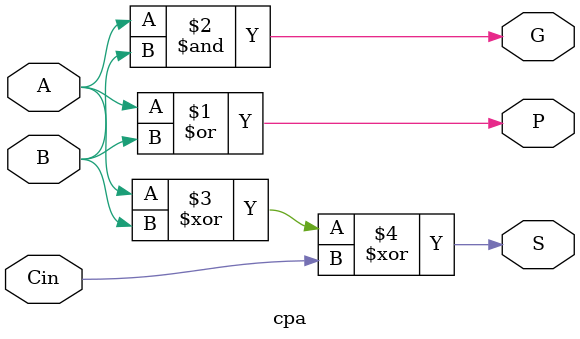
<source format=v>
module cpa (A,B,Cin,S,P,G);
    input A,B,Cin;
    output S,P,G;

    assign P = A | B;
    assign G = A & B;
    assign S = (A ^ B) ^ Cin;
    
endmodule
</source>
